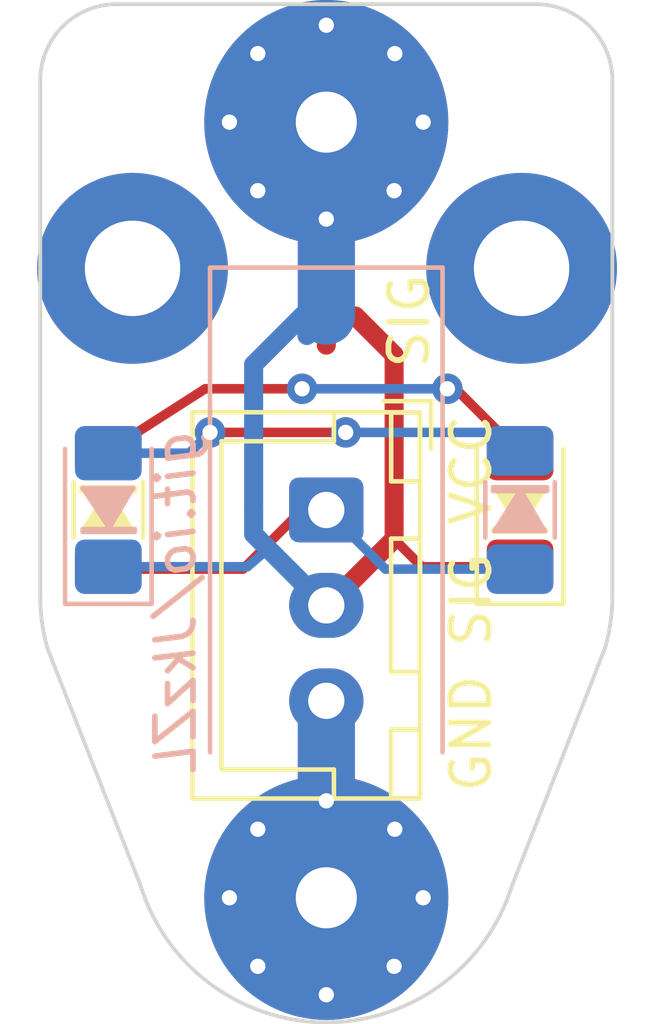
<source format=kicad_pcb>
(kicad_pcb (version 20171130) (host pcbnew "(5.1.7)-1")

  (general
    (thickness 1.6)
    (drawings 34)
    (tracks 66)
    (zones 0)
    (modules 11)
    (nets 6)
  )

  (page A4)
  (layers
    (0 F.Cu signal)
    (31 B.Cu signal)
    (32 B.Adhes user hide)
    (33 F.Adhes user hide)
    (34 B.Paste user)
    (35 F.Paste user hide)
    (36 B.SilkS user)
    (37 F.SilkS user)
    (38 B.Mask user)
    (39 F.Mask user hide)
    (40 Dwgs.User user hide)
    (41 Cmts.User user hide)
    (42 Eco1.User user)
    (43 Eco2.User user)
    (44 Edge.Cuts user)
    (45 Margin user)
    (46 B.CrtYd user)
    (47 F.CrtYd user)
    (48 B.Fab user hide)
    (49 F.Fab user hide)
  )

  (setup
    (last_trace_width 0.25)
    (user_trace_width 0.5)
    (user_trace_width 0.75)
    (user_trace_width 1.5)
    (trace_clearance 0.2)
    (zone_clearance 0.508)
    (zone_45_only no)
    (trace_min 0.2)
    (via_size 0.8)
    (via_drill 0.4)
    (via_min_size 0.4)
    (via_min_drill 0.3)
    (uvia_size 0.3)
    (uvia_drill 0.1)
    (uvias_allowed no)
    (uvia_min_size 0.2)
    (uvia_min_drill 0.1)
    (edge_width 0.05)
    (segment_width 0.2)
    (pcb_text_width 0.3)
    (pcb_text_size 1.5 1.5)
    (mod_edge_width 0.12)
    (mod_text_size 1 1)
    (mod_text_width 0.15)
    (pad_size 5 5)
    (pad_drill 2.5)
    (pad_to_mask_clearance 0)
    (aux_axis_origin 0 0)
    (visible_elements 7EFFEFFF)
    (pcbplotparams
      (layerselection 0x3ffff_ffffffff)
      (usegerberextensions false)
      (usegerberattributes true)
      (usegerberadvancedattributes true)
      (creategerberjobfile true)
      (excludeedgelayer true)
      (linewidth 0.100000)
      (plotframeref false)
      (viasonmask false)
      (mode 1)
      (useauxorigin false)
      (hpglpennumber 1)
      (hpglpenspeed 20)
      (hpglpendiameter 15.000000)
      (psnegative false)
      (psa4output false)
      (plotreference true)
      (plotvalue true)
      (plotinvisibletext false)
      (padsonsilk false)
      (subtractmaskfromsilk false)
      (outputformat 1)
      (mirror false)
      (drillshape 0)
      (scaleselection 1)
      (outputdirectory "gerbers/"))
  )

  (net 0 "")
  (net 1 VCC)
  (net 2 GND)
  (net 3 SIGNAL)
  (net 4 "Net-(D1-Pad2)")
  (net 5 "Net-(D2-Pad2)")

  (net_class Default "This is the default net class."
    (clearance 0.2)
    (trace_width 0.25)
    (via_dia 0.8)
    (via_drill 0.4)
    (uvia_dia 0.3)
    (uvia_drill 0.1)
    (add_net GND)
    (add_net "Net-(D1-Pad2)")
    (add_net "Net-(D2-Pad2)")
    (add_net SIGNAL)
    (add_net VCC)
  )

  (module MountingHole:MountingHole_3.2mm_M3 (layer F.Cu) (tedit 5FC86175) (tstamp 5FBAB277)
    (at -5.08 -6.33)
    (descr "Mounting Hole 3.2mm, no annular, M3")
    (tags "mounting hole 3.2mm no annular m3")
    (attr virtual)
    (fp_text reference M31 (at 0 -4.2) (layer F.SilkS) hide
      (effects (font (size 1 1) (thickness 0.15)))
    )
    (fp_text value MountingHole_3.2mm_M3 (at 0 4.2) (layer F.Fab)
      (effects (font (size 1 1) (thickness 0.15)))
    )
    (fp_circle (center 0 0) (end 3.45 0) (layer F.CrtYd) (width 0.05))
    (fp_circle (center 0 0) (end 3.2 0) (layer Cmts.User) (width 0.15))
    (fp_text user %R (at 0.3 0) (layer F.Fab)
      (effects (font (size 1 1) (thickness 0.15)))
    )
    (pad "" np_thru_hole circle (at 0 0) (size 5 5) (drill 2.5) (layers *.Cu *.Mask))
  )

  (module mag-probe:JST-XH (layer F.Cu) (tedit 5FB868AA) (tstamp 5FBB11C0)
    (at 0 0 270)
    (fp_text reference REF** (at 3.81 10.414 90) (layer F.SilkS) hide
      (effects (font (size 1 1) (thickness 0.15)))
    )
    (fp_text value JST-XH (at 2.275 -3.775 90) (layer F.Fab)
      (effects (font (size 1 1) (thickness 0.15)))
    )
    (fp_line (start 7.95 3.9) (end 7.95 -2.85) (layer F.CrtYd) (width 0.05))
    (fp_line (start 0.75 -2.45) (end 0.75 -1.7) (layer F.SilkS) (width 0.12))
    (fp_line (start 0 -1.35) (end 0.625 -2.35) (layer F.Fab) (width 0.1))
    (fp_line (start -2.56 3.51) (end 7.56 3.51) (layer F.SilkS) (width 0.12))
    (fp_line (start -2.95 3.9) (end 7.95 3.9) (layer F.CrtYd) (width 0.05))
    (fp_line (start -2.45 -2.35) (end -2.45 3.4) (layer F.Fab) (width 0.1))
    (fp_line (start -0.625 -2.35) (end 0 -1.35) (layer F.Fab) (width 0.1))
    (fp_line (start 7.95 -2.85) (end -2.95 -2.85) (layer F.CrtYd) (width 0.05))
    (fp_line (start 7.56 3.51) (end 7.56 -2.46) (layer F.SilkS) (width 0.12))
    (fp_line (start -2.95 -2.85) (end -2.95 3.9) (layer F.CrtYd) (width 0.05))
    (fp_line (start 7.45 3.4) (end 7.45 -2.35) (layer F.Fab) (width 0.1))
    (fp_line (start -2.56 -2.46) (end -2.56 3.51) (layer F.SilkS) (width 0.12))
    (fp_line (start -2.45 3.4) (end 7.45 3.4) (layer F.Fab) (width 0.1))
    (fp_line (start 7.56 -2.46) (end -2.56 -2.46) (layer F.SilkS) (width 0.12))
    (fp_line (start 7.45 -2.35) (end -2.45 -2.35) (layer F.Fab) (width 0.1))
    (fp_line (start 4.25 -2.45) (end 0.75 -2.45) (layer F.SilkS) (width 0.12))
    (fp_line (start -2.55 -2.45) (end -2.55 -1.7) (layer F.SilkS) (width 0.12))
    (fp_line (start -2.55 -1.7) (end -0.75 -1.7) (layer F.SilkS) (width 0.12))
    (fp_line (start -0.75 -2.45) (end -2.55 -2.45) (layer F.SilkS) (width 0.12))
    (fp_line (start 7.55 -2.45) (end 5.75 -2.45) (layer F.SilkS) (width 0.12))
    (fp_line (start -2.55 -0.2) (end -1.8 -0.2) (layer F.SilkS) (width 0.12))
    (fp_line (start -1.8 -0.2) (end -1.8 2.75) (layer F.SilkS) (width 0.12))
    (fp_line (start 2.5 2.75) (end -1.725 2.75) (layer F.SilkS) (width 0.12))
    (fp_line (start 6.8 -0.2) (end 6.8 2.75) (layer F.SilkS) (width 0.12))
    (fp_line (start 6.8 2.75) (end 2.5 2.75) (layer F.SilkS) (width 0.12))
    (fp_line (start -1.6 -2.75) (end -2.85 -2.75) (layer F.SilkS) (width 0.12))
    (fp_line (start -2.85 -2.75) (end -2.85 -1.5) (layer F.SilkS) (width 0.12))
    (fp_line (start 0.75 -1.7) (end 4.25 -1.7) (layer F.SilkS) (width 0.12))
    (fp_line (start -0.75 -1.7) (end -0.75 -2.45) (layer F.SilkS) (width 0.12))
    (fp_line (start 4.25 -1.7) (end 4.25 -2.45) (layer F.SilkS) (width 0.12))
    (fp_line (start 5.75 -2.45) (end 5.75 -1.7) (layer F.SilkS) (width 0.12))
    (fp_line (start 5.75 -1.7) (end 7.55 -1.7) (layer F.SilkS) (width 0.12))
    (fp_line (start 7.55 -1.7) (end 7.55 -2.45) (layer F.SilkS) (width 0.12))
    (fp_line (start 7.55 -0.2) (end 6.8 -0.2) (layer F.SilkS) (width 0.12))
    (pad 3 thru_hole oval (at 5 0 270) (size 1.7 1.95) (drill 0.95) (layers *.Cu *.Mask)
      (net 2 GND))
    (pad 1 thru_hole roundrect (at 0 0 270) (size 1.7 1.95) (drill 0.95) (layers *.Cu *.Mask) (roundrect_rratio 0.1470588235294118))
    (pad 2 thru_hole oval (at 2.5 0 270) (size 1.7 1.95) (drill 0.95) (layers *.Cu *.Mask)
      (net 3 SIGNAL))
    (model F:/git/PROBE-BOARD/CAD/JST-B3B-XH-A.step
      (offset (xyz 2.5 -0.5 0))
      (scale (xyz 1 1 1))
      (rotate (xyz 0 0 0))
    )
  )

  (module mag-probe:LED_1206_3216Metric_Pad1.42x1.75mm_HandSolder (layer B.Cu) (tedit 5FBCB3F2) (tstamp 5FB86127)
    (at -5.715 0 90)
    (descr "LED SMD 1206 (3216 Metric), square (rectangular) end terminal, IPC_7351 nominal, (Body size source: http://www.tortai-tech.com/upload/download/2011102023233369053.pdf), generated with kicad-footprint-generator")
    (tags "LED handsolder")
    (path /5FBB7662)
    (attr smd)
    (fp_text reference D2 (at -0.6715 1.905 90) (layer B.SilkS) hide
      (effects (font (size 1 1) (thickness 0.15)) (justify mirror))
    )
    (fp_text value LED_Small (at 0 -1.65 90) (layer B.Fab)
      (effects (font (size 1 1) (thickness 0.15)) (justify mirror))
    )
    (fp_line (start -0.575 0.7) (end -0.575 -0.675) (layer B.SilkS) (width 0.12))
    (fp_poly (pts (xy 0.575 0.4) (xy 0.575 -0.675) (xy -0.425 0.05) (xy 0.575 0.625)) (layer B.SilkS) (width 0.1))
    (fp_line (start -0.5 0.7) (end -0.5 -0.675) (layer B.SilkS) (width 0.12))
    (fp_line (start -0.475 0.025) (end 0.575 0.65) (layer B.SilkS) (width 0.12))
    (fp_line (start 0.575 -0.675) (end -0.475 0.025) (layer B.SilkS) (width 0.12))
    (fp_line (start 0.575 -0.65) (end 0.575 -0.675) (layer B.SilkS) (width 0.12))
    (fp_line (start 0.575 0.65) (end 0.575 -0.65) (layer B.SilkS) (width 0.12))
    (fp_line (start 1.6 0.8) (end -1.2 0.8) (layer B.Fab) (width 0.1))
    (fp_line (start -1.2 0.8) (end -1.6 0.4) (layer B.Fab) (width 0.1))
    (fp_line (start -1.6 0.4) (end -1.6 -0.8) (layer B.Fab) (width 0.1))
    (fp_line (start -1.6 -0.8) (end 1.6 -0.8) (layer B.Fab) (width 0.1))
    (fp_line (start 1.6 -0.8) (end 1.6 0.8) (layer B.Fab) (width 0.1))
    (fp_line (start 1.6 1.135) (end -2.46 1.135) (layer B.SilkS) (width 0.12))
    (fp_line (start -2.46 1.135) (end -2.46 -1.135) (layer B.SilkS) (width 0.12))
    (fp_line (start -2.46 -1.135) (end 1.6 -1.135) (layer B.SilkS) (width 0.12))
    (fp_line (start -2.45 -1.12) (end -2.45 1.12) (layer B.CrtYd) (width 0.05))
    (fp_line (start -2.45 1.12) (end 2.45 1.12) (layer B.CrtYd) (width 0.05))
    (fp_line (start 2.45 1.12) (end 2.45 -1.12) (layer B.CrtYd) (width 0.05))
    (fp_line (start 2.45 -1.12) (end -2.45 -1.12) (layer B.CrtYd) (width 0.05))
    (fp_text user %R (at 0 0 90) (layer B.Fab)
      (effects (font (size 0.5 0.5) (thickness 0.08)) (justify mirror))
    )
    (pad 2 smd roundrect (at 1.4875 0 90) (size 1.425 1.75) (layers B.Cu B.Paste B.Mask) (roundrect_rratio 0.1754385964912281)
      (net 5 "Net-(D2-Pad2)"))
    (pad 1 smd roundrect (at -1.4875 0 90) (size 1.425 1.75) (layers B.Cu B.Paste B.Mask) (roundrect_rratio 0.1754385964912281)
      (net 3 SIGNAL))
    (model ${KISYS3DMOD}/LED_SMD.3dshapes/LED_1206_3216Metric.wrl
      (at (xyz 0 0 0))
      (scale (xyz 1 1 1))
      (rotate (xyz 0 0 0))
    )
  )

  (module mag-probe:LED_1206_3216Metric_Pad1.42x1.75mm_HandSolder (layer F.Cu) (tedit 5FBCB3F2) (tstamp 5FB860F1)
    (at 5.08 0 90)
    (descr "LED SMD 1206 (3216 Metric), square (rectangular) end terminal, IPC_7351 nominal, (Body size source: http://www.tortai-tech.com/upload/download/2011102023233369053.pdf), generated with kicad-footprint-generator")
    (tags "LED handsolder")
    (path /5FC4D33F)
    (attr smd)
    (fp_text reference D1 (at -3.2755 0.0595) (layer F.SilkS) hide
      (effects (font (size 1 1) (thickness 0.15)))
    )
    (fp_text value LED_Small (at 0 1.65 90) (layer F.Fab)
      (effects (font (size 1 1) (thickness 0.15)))
    )
    (fp_line (start -0.575 -0.7) (end -0.575 0.675) (layer F.SilkS) (width 0.12))
    (fp_poly (pts (xy 0.575 -0.4) (xy 0.575 0.675) (xy -0.425 -0.05) (xy 0.575 -0.625)) (layer F.SilkS) (width 0.1))
    (fp_line (start -0.5 -0.7) (end -0.5 0.675) (layer F.SilkS) (width 0.12))
    (fp_line (start -0.475 -0.025) (end 0.575 -0.65) (layer F.SilkS) (width 0.12))
    (fp_line (start 0.575 0.675) (end -0.475 -0.025) (layer F.SilkS) (width 0.12))
    (fp_line (start 0.575 0.65) (end 0.575 0.675) (layer F.SilkS) (width 0.12))
    (fp_line (start 0.575 -0.65) (end 0.575 0.65) (layer F.SilkS) (width 0.12))
    (fp_line (start 1.6 -0.8) (end -1.2 -0.8) (layer F.Fab) (width 0.1))
    (fp_line (start -1.2 -0.8) (end -1.6 -0.4) (layer F.Fab) (width 0.1))
    (fp_line (start -1.6 -0.4) (end -1.6 0.8) (layer F.Fab) (width 0.1))
    (fp_line (start -1.6 0.8) (end 1.6 0.8) (layer F.Fab) (width 0.1))
    (fp_line (start 1.6 0.8) (end 1.6 -0.8) (layer F.Fab) (width 0.1))
    (fp_line (start 1.6 -1.135) (end -2.46 -1.135) (layer F.SilkS) (width 0.12))
    (fp_line (start -2.46 -1.135) (end -2.46 1.135) (layer F.SilkS) (width 0.12))
    (fp_line (start -2.46 1.135) (end 1.6 1.135) (layer F.SilkS) (width 0.12))
    (fp_line (start -2.45 1.12) (end -2.45 -1.12) (layer F.CrtYd) (width 0.05))
    (fp_line (start -2.45 -1.12) (end 2.45 -1.12) (layer F.CrtYd) (width 0.05))
    (fp_line (start 2.45 -1.12) (end 2.45 1.12) (layer F.CrtYd) (width 0.05))
    (fp_line (start 2.45 1.12) (end -2.45 1.12) (layer F.CrtYd) (width 0.05))
    (fp_text user %R (at 0 0 90) (layer F.Fab)
      (effects (font (size 0.5 0.5) (thickness 0.08)))
    )
    (pad 2 smd roundrect (at 1.4875 0 90) (size 1.425 1.75) (layers F.Cu F.Paste F.Mask) (roundrect_rratio 0.1754385964912281)
      (net 4 "Net-(D1-Pad2)"))
    (pad 1 smd roundrect (at -1.4875 0 90) (size 1.425 1.75) (layers F.Cu F.Paste F.Mask) (roundrect_rratio 0.1754385964912281)
      (net 3 SIGNAL))
  )

  (module mag-probe:M3Heatsrt (layer F.Cu) (tedit 5FBAB47A) (tstamp 5FBB10C4)
    (at -5.08 -6.33)
    (fp_text reference MeHtSrt1 (at 9.95 0.05) (layer Dwgs.User) hide
      (effects (font (size 1 1) (thickness 0.15)))
    )
    (fp_text value M3Heatsrt (at 0 -2.55) (layer F.Fab)
      (effects (font (size 1 1) (thickness 0.15)))
    )
    (fp_circle (center 0 0) (end 1.6 0) (layer Dwgs.User) (width 0.05))
    (model "F:/git/PROBE-BOARD/CAD/94459A130_BRASS HEAT-SET INSERT FOR PLASTIC.STEP"
      (offset (xyz 0 0 4.25))
      (scale (xyz 1 1 1))
      (rotate (xyz 90 0 0))
    )
    (model "F:/git/PROBE-BOARD/CAD/97763A811_BLACK-OXIDE 18-8 SS BUTTON-HEAD CAP SCREW.STEP"
      (offset (xyz 0 0 -3.5))
      (scale (xyz 1 1 1))
      (rotate (xyz 180 0 0))
    )
  )

  (module mag-probe:M3Heatsrt (layer F.Cu) (tedit 5FBAB47A) (tstamp 5FBB10AF)
    (at 5.08 -6.33)
    (fp_text reference ME2 (at 0.05 0.1) (layer Dwgs.User) hide
      (effects (font (size 1 1) (thickness 0.15)))
    )
    (fp_text value M3Heatsrt (at 0 -2.55) (layer F.Fab)
      (effects (font (size 1 1) (thickness 0.15)))
    )
    (fp_circle (center 0 0) (end 1.6 0) (layer Dwgs.User) (width 0.05))
    (model "F:/git/PROBE-BOARD/CAD/94459A130_BRASS HEAT-SET INSERT FOR PLASTIC.STEP"
      (offset (xyz 0 0 4.25))
      (scale (xyz 1 1 1))
      (rotate (xyz 90 0 0))
    )
    (model "F:/git/PROBE-BOARD/CAD/97763A811_BLACK-OXIDE 18-8 SS BUTTON-HEAD CAP SCREW.STEP"
      (offset (xyz 0 0 -3.5))
      (scale (xyz 1 1 1))
      (rotate (xyz 180 0 0))
    )
  )

  (module Resistor_SMD:R_1206_3216Metric_Pad1.30x1.75mm_HandSolder (layer F.Cu) (tedit 5F68FEEE) (tstamp 5FB8615B)
    (at -5.715 0 90)
    (descr "Resistor SMD 1206 (3216 Metric), square (rectangular) end terminal, IPC_7351 nominal with elongated pad for handsoldering. (Body size source: IPC-SM-782 page 72, https://www.pcb-3d.com/wordpress/wp-content/uploads/ipc-sm-782a_amendment_1_and_2.pdf), generated with kicad-footprint-generator")
    (tags "resistor handsolder")
    (path /5FC4D339)
    (attr smd)
    (fp_text reference R1 (at -0.325 1.916 270) (layer F.SilkS) hide
      (effects (font (size 1 1) (thickness 0.15)))
    )
    (fp_text value 1k (at 0 1.82 90) (layer F.Fab)
      (effects (font (size 1 1) (thickness 0.15)))
    )
    (fp_line (start -1.6 0.8) (end -1.6 -0.8) (layer F.Fab) (width 0.1))
    (fp_line (start -1.6 -0.8) (end 1.6 -0.8) (layer F.Fab) (width 0.1))
    (fp_line (start 1.6 -0.8) (end 1.6 0.8) (layer F.Fab) (width 0.1))
    (fp_line (start 1.6 0.8) (end -1.6 0.8) (layer F.Fab) (width 0.1))
    (fp_line (start -0.727064 -0.91) (end 0.727064 -0.91) (layer F.SilkS) (width 0.12))
    (fp_line (start -0.727064 0.91) (end 0.727064 0.91) (layer F.SilkS) (width 0.12))
    (fp_line (start -2.45 1.12) (end -2.45 -1.12) (layer F.CrtYd) (width 0.05))
    (fp_line (start -2.45 -1.12) (end 2.45 -1.12) (layer F.CrtYd) (width 0.05))
    (fp_line (start 2.45 -1.12) (end 2.45 1.12) (layer F.CrtYd) (width 0.05))
    (fp_line (start 2.45 1.12) (end -2.45 1.12) (layer F.CrtYd) (width 0.05))
    (fp_text user %R (at 0 0 90) (layer F.Fab)
      (effects (font (size 0.8 0.8) (thickness 0.12)))
    )
    (pad 2 smd roundrect (at 1.55 0 90) (size 1.3 1.75) (layers F.Cu F.Paste F.Mask) (roundrect_rratio 0.1923069230769231)
      (net 4 "Net-(D1-Pad2)"))
    (pad 1 smd roundrect (at -1.55 0 90) (size 1.3 1.75) (layers F.Cu F.Paste F.Mask) (roundrect_rratio 0.1923069230769231)
      (net 1 VCC))
  )

  (module Resistor_SMD:R_1206_3216Metric_Pad1.30x1.75mm_HandSolder (layer B.Cu) (tedit 5F68FEEE) (tstamp 5FB860BF)
    (at 5.08 0 90)
    (descr "Resistor SMD 1206 (3216 Metric), square (rectangular) end terminal, IPC_7351 nominal with elongated pad for handsoldering. (Body size source: IPC-SM-782 page 72, https://www.pcb-3d.com/wordpress/wp-content/uploads/ipc-sm-782a_amendment_1_and_2.pdf), generated with kicad-footprint-generator")
    (tags "resistor handsolder")
    (path /5FBB765C)
    (attr smd)
    (fp_text reference R2 (at -0.534 -1.905 90) (layer B.SilkS) hide
      (effects (font (size 1 1) (thickness 0.15)) (justify mirror))
    )
    (fp_text value 1k (at 0 -1.43 90) (layer B.Fab)
      (effects (font (size 1 1) (thickness 0.15)) (justify mirror))
    )
    (fp_line (start -1.6 -0.8) (end -1.6 0.8) (layer B.Fab) (width 0.1))
    (fp_line (start -1.6 0.8) (end 1.6 0.8) (layer B.Fab) (width 0.1))
    (fp_line (start 1.6 0.8) (end 1.6 -0.8) (layer B.Fab) (width 0.1))
    (fp_line (start 1.6 -0.8) (end -1.6 -0.8) (layer B.Fab) (width 0.1))
    (fp_line (start -0.727064 0.91) (end 0.727064 0.91) (layer B.SilkS) (width 0.12))
    (fp_line (start -0.727064 -0.91) (end 0.727064 -0.91) (layer B.SilkS) (width 0.12))
    (fp_line (start -2.45 -1.12) (end -2.45 1.12) (layer B.CrtYd) (width 0.05))
    (fp_line (start -2.45 1.12) (end 2.45 1.12) (layer B.CrtYd) (width 0.05))
    (fp_line (start 2.45 1.12) (end 2.45 -1.12) (layer B.CrtYd) (width 0.05))
    (fp_line (start 2.45 -1.12) (end -2.45 -1.12) (layer B.CrtYd) (width 0.05))
    (fp_text user %R (at 0 0 90) (layer B.Fab)
      (effects (font (size 0.4 0.4) (thickness 0.06)) (justify mirror))
    )
    (pad 2 smd roundrect (at 1.55 0 90) (size 1.3 1.75) (layers B.Cu B.Paste B.Mask) (roundrect_rratio 0.1923069230769231)
      (net 5 "Net-(D2-Pad2)"))
    (pad 1 smd roundrect (at -1.55 0 90) (size 1.3 1.75) (layers B.Cu B.Paste B.Mask) (roundrect_rratio 0.1923069230769231)
      (net 1 VCC))
    (model ${KISYS3DMOD}/Resistor_SMD.3dshapes/R_1206_3216Metric.wrl
      (at (xyz 0 0 0))
      (scale (xyz 1 1 1))
      (rotate (xyz 0 0 0))
    )
  )

  (module MountingHole:MountingHole_3.2mm_M3 (layer F.Cu) (tedit 5FC8616B) (tstamp 5FB8CA4C)
    (at 5.08 -6.33)
    (descr "Mounting Hole 3.2mm, no annular, M3")
    (tags "mounting hole 3.2mm no annular m3")
    (attr virtual)
    (fp_text reference REF** (at 0 -4.2) (layer F.SilkS) hide
      (effects (font (size 1 1) (thickness 0.15)))
    )
    (fp_text value MountingHole_3.2mm_M3 (at 0 4.2) (layer F.Fab)
      (effects (font (size 1 1) (thickness 0.15)))
    )
    (fp_circle (center 0 0) (end 3.45 0) (layer F.CrtYd) (width 0.05))
    (fp_circle (center 0 0) (end 3.2 0) (layer Cmts.User) (width 0.15))
    (fp_text user %R (at 0.3 0) (layer F.Fab)
      (effects (font (size 1 1) (thickness 0.15)))
    )
    (pad "" np_thru_hole circle (at 0.04 0) (size 5 5) (drill 2.5) (layers *.Cu *.Mask))
  )

  (module mag-probe:MagPad (layer B.Cu) (tedit 5FBD717D) (tstamp 5FB7716B)
    (at 0 10.16)
    (path /5FB9D8C4)
    (fp_text reference MAG2 (at 3.81 0.635 -90) (layer B.SilkS) hide
      (effects (font (size 1 1) (thickness 0.15)) (justify mirror))
    )
    (fp_text value Conn_01x01 (at 0 0.5) (layer B.Fab)
      (effects (font (size 1 1) (thickness 0.15)) (justify mirror))
    )
    (pad 1 thru_hole circle (at 0 0) (size 6.4 6.4) (drill 1.6) (layers *.Cu *.Mask)
      (net 2 GND))
    (model F:/git/mag-probe/mag.pretty.stp
      (at (xyz 0 0 0))
      (scale (xyz 1 1 1))
      (rotate (xyz 0 0 0))
    )
  )

  (module mag-probe:MagPad (layer B.Cu) (tedit 5FBD7165) (tstamp 5FB8D866)
    (at 0 -10.16)
    (path /5FB9D22E)
    (fp_text reference MAG1 (at 4.064 1.905 -90) (layer B.SilkS) hide
      (effects (font (size 1 1) (thickness 0.15)) (justify mirror))
    )
    (fp_text value Conn_01x01 (at 0 0.5) (layer B.Fab)
      (effects (font (size 1 1) (thickness 0.15)) (justify mirror))
    )
    (pad 1 thru_hole circle (at 0 0) (size 6.4 6.4) (drill 1.6) (layers *.Cu *.Mask)
      (net 3 SIGNAL))
    (model F:/git/mag-probe/mag.pretty.stp
      (at (xyz 0 0 0))
      (scale (xyz 1 1 1))
      (rotate (xyz 0 0 0))
    )
  )

  (gr_line (start 2.54 -7.62) (end 2.54 -12.7) (layer Dwgs.User) (width 0.15) (tstamp 5FBDC67A))
  (gr_line (start -2.54 -12.7) (end 2.54 -7.62) (layer Dwgs.User) (width 0.15))
  (gr_line (start -2.54 -7.62) (end -2.54 -12.7) (layer Dwgs.User) (width 0.15))
  (gr_line (start 2.54 -12.7) (end -2.54 -7.62) (layer Dwgs.User) (width 0.15))
  (gr_circle (center 0 -10.16) (end 2.54 -10.16) (layer Dwgs.User) (width 0.15))
  (gr_line (start -6.435 -0.49) (end -6.435 -0.59) (layer F.SilkS) (width 0.12) (tstamp 5FBD90A3))
  (gr_line (start -5.01 -0.49) (end -6.435 -0.49) (layer F.SilkS) (width 0.12) (tstamp 5FBD90A2))
  (gr_poly (pts (xy -5.06 0.56) (xy -6.41 0.56) (xy -5.71 -0.54)) (layer F.SilkS) (width 0.1) (tstamp 5FBD90A1))
  (gr_line (start -6.435 -0.59) (end -5.01 -0.59) (layer F.SilkS) (width 0.12) (tstamp 5FBD90A0))
  (gr_line (start -5.01 -0.59) (end -5.01 -0.49) (layer F.SilkS) (width 0.12) (tstamp 5FBD909F))
  (gr_poly (pts (xy 5.743 0.556) (xy 4.393 0.556) (xy 5.093 -0.544)) (layer B.SilkS) (width 0.1))
  (gr_line (start 4.368 -0.494) (end 4.368 -0.594) (layer B.SilkS) (width 0.12) (tstamp 5FBD905C))
  (gr_line (start 5.793 -0.494) (end 4.368 -0.494) (layer B.SilkS) (width 0.12))
  (gr_line (start 5.793 -0.594) (end 5.793 -0.494) (layer B.SilkS) (width 0.12))
  (gr_line (start 4.368 -0.594) (end 5.793 -0.594) (layer B.SilkS) (width 0.12))
  (gr_line (start 7.5 2.248852) (end 7.5 -11.250399) (layer Edge.Cuts) (width 0.1))
  (gr_line (start -2.93 6.34) (end -2.92 -6.37) (layer B.CrtYd) (width 0.05))
  (gr_line (start 2.94 -6.34) (end 2.94 6.34) (layer B.CrtYd) (width 0.05))
  (gr_line (start -2.94 -6.37) (end 2.94 -6.34) (layer B.CrtYd) (width 0.05))
  (gr_arc (start 2.499999 2.248852) (end 7.312157 3.606476) (angle -15.75501346) (layer Edge.Cuts) (width 0.1))
  (gr_arc (start -5.499999 -11.250399) (end -5.499999 -13.250399) (angle -90) (layer Edge.Cuts) (width 0.1))
  (gr_arc (start -2.490343 2.261877) (end -7.5 2.248852) (angle -15.90398022) (layer Edge.Cuts) (width 0.1) (tstamp 5FB860A4))
  (gr_line (start -7.5 2.248852) (end -7.499999 -11.250399) (layer Edge.Cuts) (width 0.1))
  (gr_arc (start 5.5 -11.250399) (end 7.5 -11.250399) (angle -90) (layer Edge.Cuts) (width 0.1))
  (gr_line (start 5.5 -13.250399) (end -5.499999 -13.250399) (layer Edge.Cuts) (width 0.1))
  (gr_line (start 7.312157 3.606476) (end 4.86569 9.850488) (layer Edge.Cuts) (width 0.1))
  (gr_line (start -7.311811 3.622127) (end -4.86569 9.850487) (layer Edge.Cuts) (width 0.1))
  (gr_arc (start 0 8.3224) (end -4.86569 9.850487) (angle -145.1298326) (layer Edge.Cuts) (width 0.1))
  (gr_text git.io/JkzZL (at -3.95 2.4 90) (layer B.SilkS)
    (effects (font (size 1 1) (thickness 0.15) italic) (justify mirror))
  )
  (gr_text SIG (at 2.175 -4.95 90) (layer F.SilkS)
    (effects (font (size 1 1) (thickness 0.15)))
  )
  (gr_text "GND SIG VCC" (at 3.8 2.45 90) (layer F.SilkS)
    (effects (font (size 1 1) (thickness 0.15)))
  )
  (gr_line (start -3.048 6.35) (end -3.048 -6.35) (layer B.SilkS) (width 0.12) (tstamp 5FB7A204))
  (gr_line (start 3.048 -6.35) (end 3.048 6.35) (layer B.SilkS) (width 0.12))
  (gr_line (start -3.048 -6.35) (end 3.048 -6.35) (layer B.SilkS) (width 0.12))

  (segment (start 0 -0.254) (end 0 0) (width 0.5) (layer B.Cu) (net 1))
  (segment (start 0 0) (end -0.087 0) (width 0.5) (layer F.Cu) (net 1))
  (segment (start 0 0) (end -0.635 0) (width 0.25) (layer F.Cu) (net 1))
  (segment (start -2.185 1.55) (end -5.715 1.55) (width 0.25) (layer F.Cu) (net 1))
  (segment (start -0.635 0) (end -2.185 1.55) (width 0.25) (layer F.Cu) (net 1))
  (segment (start 1.55 1.55) (end 0 0) (width 0.25) (layer B.Cu) (net 1))
  (segment (start 5.08 1.55) (end 1.55 1.55) (width 0.25) (layer B.Cu) (net 1))
  (segment (start 0 10.75) (end 0 5.08) (width 1.5) (layer B.Cu) (net 2) (status 30))
  (segment (start 0 5.08) (end 0 10.75) (width 1.5) (layer F.Cu) (net 2) (status 30))
  (via (at 0 7.62) (size 0.8) (drill 0.4) (layers F.Cu B.Cu) (net 2))
  (via (at 0 12.7) (size 0.8) (drill 0.4) (layers F.Cu B.Cu) (net 2) (tstamp 5FBDC7B8))
  (via (at -1.7958 8.3642) (size 0.8) (drill 0.4) (layers F.Cu B.Cu) (net 2) (tstamp 5FBDC7B9))
  (via (at 2.54 10.16) (size 0.8) (drill 0.4) (layers F.Cu B.Cu) (net 2) (tstamp 5FBDC7BA))
  (via (at -1.7958 11.9557) (size 0.8) (drill 0.4) (layers F.Cu B.Cu) (net 2) (tstamp 5FBDC7BB))
  (via (at 1.778 11.9558) (size 0.8) (drill 0.4) (layers F.Cu B.Cu) (net 2) (tstamp 5FBDC7BC))
  (via (at -2.54 10.16) (size 0.8) (drill 0.4) (layers F.Cu B.Cu) (net 2) (tstamp 5FBDC7BD))
  (via (at 1.7958 8.3642) (size 0.8) (drill 0.4) (layers F.Cu B.Cu) (net 2) (tstamp 5FBDC7BE))
  (via (at 0 -12.7) (size 0.8) (drill 0.4) (layers F.Cu B.Cu) (net 3))
  (via (at 2.54 -10.16) (size 0.8) (drill 0.4) (layers F.Cu B.Cu) (net 3))
  (via (at -2.54 -10.16) (size 0.8) (drill 0.4) (layers F.Cu B.Cu) (net 3))
  (via (at -1.7958 -11.9558) (size 0.8) (drill 0.4) (layers F.Cu B.Cu) (net 3))
  (via (at 1.7958 -11.9558) (size 0.8) (drill 0.4) (layers F.Cu B.Cu) (net 3))
  (via (at 1.778 -8.3642) (size 0.8) (drill 0.4) (layers F.Cu B.Cu) (net 3))
  (via (at -1.7958 -8.3643) (size 0.8) (drill 0.4) (layers F.Cu B.Cu) (net 3))
  (via (at 0 -7.62) (size 0.8) (drill 0.4) (layers F.Cu B.Cu) (net 3))
  (segment (start 0 -10.75) (end -1.188 -10.75) (width 0.5) (layer B.Cu) (net 3) (status 30))
  (segment (start 0 -10.75) (end 0 -5.08) (width 1.5) (layer B.Cu) (net 3) (status 30))
  (segment (start -0.508 -4.572) (end 0 -5.08) (width 0.5) (layer B.Cu) (net 3) (status 30))
  (segment (start 0 -10.75) (end 0 -5.08) (width 1.5) (layer F.Cu) (net 3) (status 30))
  (segment (start -0.254 2.54) (end 0 2.54) (width 0.5) (layer B.Cu) (net 3))
  (segment (start 0 -5.08) (end 0 -4.318) (width 0.5) (layer F.Cu) (net 3))
  (segment (start 0 2.54) (end 0 2.5895) (width 0.5) (layer F.Cu) (net 3))
  (segment (start -0.54 2.54) (end 0 2.54) (width 0.5) (layer B.Cu) (net 3))
  (segment (start -0.129 2.54) (end 0 2.54) (width 0.25) (layer B.Cu) (net 3))
  (segment (start 0 -5.08) (end 0.762 -5.08) (width 0.5) (layer F.Cu) (net 3) (status 30))
  (segment (start -0.508 -4.572) (end 0 -5.08) (width 0.5) (layer F.Cu) (net 3) (status 30))
  (segment (start 0 -5.08) (end -0.635 -5.08) (width 0.5) (layer B.Cu) (net 3))
  (segment (start -0.635 -5.08) (end -1.905 -3.81) (width 0.5) (layer B.Cu) (net 3))
  (segment (start 0.762 -5.08) (end 1.778 -4.064) (width 0.5) (layer F.Cu) (net 3))
  (segment (start 1.778 0.762) (end 0 2.54) (width 0.5) (layer F.Cu) (net 3))
  (segment (start 1.778 0) (end 1.778 0.762) (width 0.5) (layer F.Cu) (net 3))
  (segment (start 1.778 -4.064) (end 1.778 0) (width 0.5) (layer F.Cu) (net 3))
  (segment (start -1.905 0) (end -1.905 0.635) (width 0.5) (layer B.Cu) (net 3))
  (segment (start -1.905 -3.81) (end -1.905 0) (width 0.5) (layer B.Cu) (net 3))
  (segment (start 2.5035 1.4875) (end 1.778 0.762) (width 0.25) (layer F.Cu) (net 3))
  (segment (start 5.08 1.4875) (end 2.5035 1.4875) (width 0.25) (layer F.Cu) (net 3))
  (segment (start -1.905 0.635) (end -1.524 1.016) (width 0.5) (layer B.Cu) (net 3))
  (segment (start -1.524 1.016) (end 0 2.54) (width 0.5) (layer B.Cu) (net 3))
  (segment (start -2.0685 1.4875) (end -5.715 1.4875) (width 0.25) (layer B.Cu) (net 3))
  (segment (start -2.06 1.48) (end -2.0685 1.4875) (width 0.25) (layer B.Cu) (net 3))
  (segment (start -1.524 1.016) (end -2.06 1.48) (width 0.25) (layer B.Cu) (net 3))
  (via (at 3.175 -3.175) (size 0.8) (drill 0.4) (layers F.Cu B.Cu) (net 4))
  (segment (start -0.635 -3.175) (end -0.635 -3.175) (width 0.25) (layer F.Cu) (net 4) (tstamp 5FC866BB))
  (via (at -0.635 -3.175) (size 0.8) (drill 0.4) (layers F.Cu B.Cu) (net 4))
  (segment (start -0.635 -3.175) (end 3.175 -3.175) (width 0.25) (layer B.Cu) (net 4))
  (segment (start 3.3925 -3.175) (end 5.08 -1.4875) (width 0.25) (layer F.Cu) (net 4))
  (segment (start 3.175 -3.175) (end 3.3925 -3.175) (width 0.25) (layer F.Cu) (net 4))
  (segment (start -3.175 -3.175) (end -0.635 -3.175) (width 0.25) (layer F.Cu) (net 4))
  (segment (start -5.715 -1.55) (end -3.175 -3.175) (width 0.25) (layer F.Cu) (net 4))
  (via (at -3.048 -2.032) (size 0.8) (drill 0.4) (layers F.Cu B.Cu) (net 5))
  (via (at 0.508 -2.032) (size 0.8) (drill 0.4) (layers F.Cu B.Cu) (net 5))
  (segment (start -3.5925 -1.4875) (end -3.048 -2.032) (width 0.25) (layer B.Cu) (net 5))
  (segment (start -5.715 -1.4875) (end -3.5925 -1.4875) (width 0.25) (layer B.Cu) (net 5))
  (segment (start 4.598 -2.032) (end 5.08 -1.55) (width 0.25) (layer B.Cu) (net 5))
  (segment (start 0.508 -2.032) (end 4.598 -2.032) (width 0.25) (layer B.Cu) (net 5))
  (segment (start -3.048 -2.032) (end 0.508 -2.032) (width 0.25) (layer F.Cu) (net 5))

)

</source>
